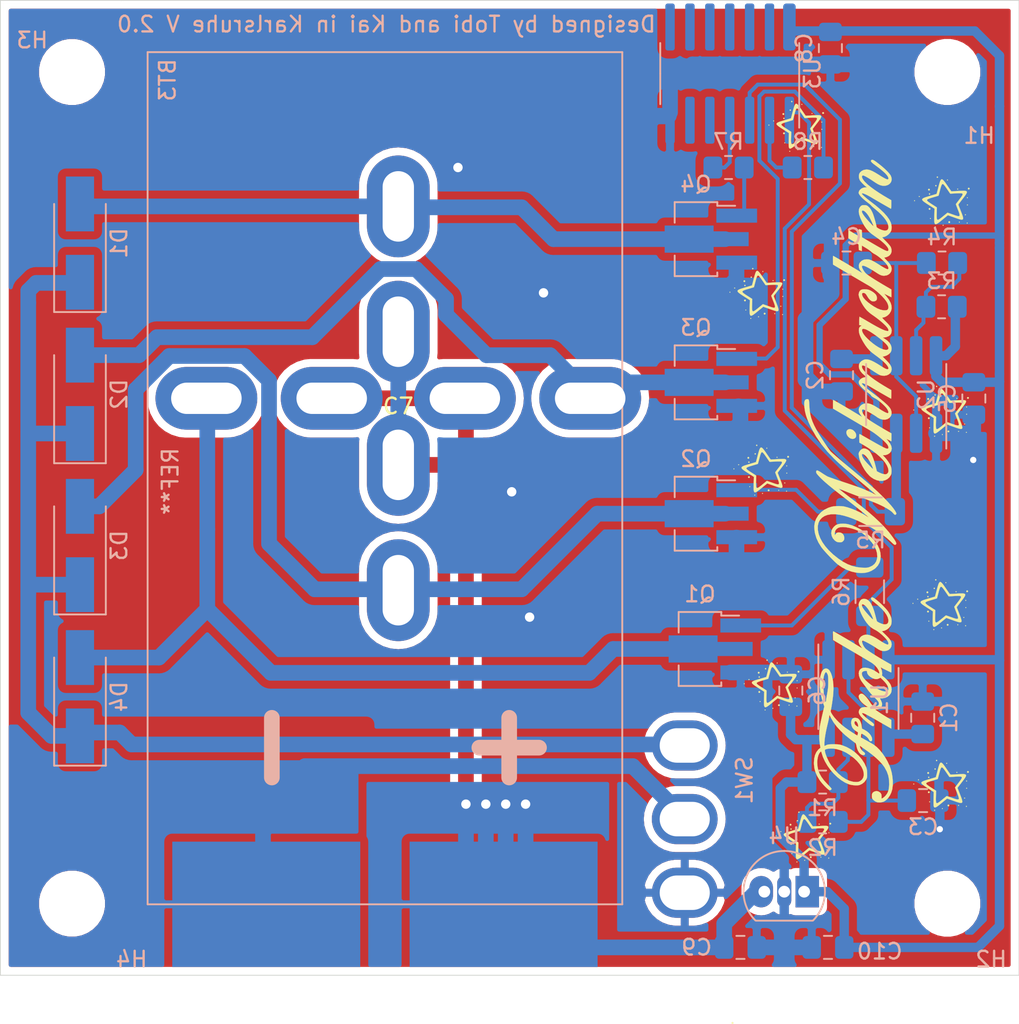
<source format=kicad_pcb>
(kicad_pcb (version 20171130) (host pcbnew "(5.1.8)-1")
  (layers (0 F.Cu signal) (31 B.Cu signal) (34 B.Paste user) (35 F.Paste user) (36 B.SilkS user) (37 F.SilkS user) (38 B.Mask user) (39 F.Mask user) (44 Edge.Cuts user))
  (net 0 "")
  (net 1 GND)
  (net 2 "Net-(C1-Pad1)")
  (net 3 "Net-(C2-Pad1)")
  (net 4 "Net-(C3-Pad1)")
  (net 5 "Net-(C4-Pad1)")
  (net 6 VCC)
  (net 7 /LED_MATRIX_1)
  (net 8 "Net-(Q1-Pad1)")
  (net 9 /LED_MATRIX_3)
  (net 10 "Net-(Q2-Pad1)")
  (net 11 /LED_MATRIX_2)
  (net 12 "Net-(Q3-Pad1)")
  (net 13 /LED_MATRIX_4)
  (net 14 "Net-(Q4-Pad1)")
  (net 15 "Net-(R1-Pad2)")
  (net 16 "Net-(R3-Pad2)")
  (net 17 "Net-(R5-Pad2)")
  (net 18 "Net-(R6-Pad2)")
  (net 19 +5V)
  (net 20 "Net-(R7-Pad2)")
  (net 21 "Net-(R8-Pad2)")
  (net 22 "Net-(BT3-Pad2)")
  (net 23 GND2)
  (module Bib:Schiebeschalter (layer F.Cu) (at 158.458 112.738 270)
    (fp_text reference SW1 (at 4.064 -0.762 90) (layer B.SilkS) (effects (justify mirror)))
    (fp_text value SW_DPDT_x2)
    (pad 3 thru_hole oval (at 1.8415 3.05 270) (size 3.2 4.2) (drill oval 2.2 3.2) (layers *.Cu *.Mask) (net 23 GND2))
    (pad 2 thru_hole oval (at 6.5415 3.05 270) (size 3.2 4.2) (drill oval 2.2 3.2) (layers *.Cu *.Mask) (net 22 "Net-(BT3-Pad2)"))
    (pad 1 thru_hole oval (at 11.2415 3.05 270) (size 3.2 4.2) (drill oval 2.2 3.2) (layers *.Cu *.Mask) (net 1 GND))
  )
  (module "Bib:9V ohne Loecher" (layer B.Cu) (at 121.12 70.32 270)
    (fp_text reference BT3 (at 1.778 -1.27 90) (layer B.SilkS) (effects (justify mirror)))
    (fp_text value 9V)
    (fp_text user - (at 44.4 -7.575 90) (layer B.SilkS) (effects (font (size 5 5) (thickness 1)) (justify mirror)))
    (fp_text user REF** (at 27.4 -1.45 90) (layer B.SilkS) (effects (justify mirror)))
    (fp_text user + (at 44.4 -22.725 90) (layer B.SilkS) (effects (font (size 5 5) (thickness 1)) (justify mirror)))
    (pad 2 smd rect (at 54.4 -7.575 270) (size 8 12) (layers B.Cu B.Paste B.Mask) (net 22 "Net-(BT3-Pad2)"))
    (pad 1 smd rect (at 54.4 -22.725 270) (size 8 12) (layers B.Cu B.Paste B.Mask) (net 6 VCC))
  )
  (module Package_SO:SOIC-14_3.9x8.7mm_P1.27mm (layer B.Cu) (at 158.2802 71.6916 90)
    (fp_text reference U3 (at 0 5.28 90) (layer B.SilkS) (effects (justify mirror)))
    (fp_text value 74HC04)
    (pad 14 smd roundrect (at 2.475 3.81 90) (size 3 0.8) (drill (offset 0.5 0)) (layers B.Cu B.Paste B.Mask) (net 19 +5V))
    (pad 13 smd roundrect (at 2.475 2.54 90) (size 3 0.6) (drill (offset 0.5 0)) (layers B.Cu B.Paste B.Mask))
    (pad 12 smd roundrect (at 2.475 1.27 90) (size 3 0.6) (drill (offset 0.5 0)) (layers B.Cu B.Paste B.Mask))
    (pad 11 smd roundrect (at 2.475 0 90) (size 3 0.6) (drill (offset 0.5 0)) (layers B.Cu B.Paste B.Mask))
    (pad 10 smd roundrect (at 2.475 -1.27 90) (size 3 0.6) (drill (offset 0.5 0)) (layers B.Cu B.Paste B.Mask))
    (pad 9 smd roundrect (at 2.475 -2.54 90) (size 3 0.6) (drill (offset 0.5 0)) (layers B.Cu B.Paste B.Mask))
    (pad 8 smd roundrect (at 2.475 -3.81 90) (size 3 0.6) (drill (offset 0.5 0)) (layers B.Cu B.Paste B.Mask))
    (pad 7 smd roundrect (at -2.475 -3.81 90) (size 3 0.6) (drill (offset -0.5 0)) (layers B.Cu B.Paste B.Mask) (net 1 GND))
    (pad 6 smd roundrect (at -2.475 -2.54 90) (size 3 0.6) (drill (offset -0.5 0)) (layers B.Cu B.Paste B.Mask))
    (pad 5 smd roundrect (at -2.475 -1.27 90) (size 3 0.6) (drill (offset -0.5 0)) (layers B.Cu B.Paste B.Mask))
    (pad 4 smd roundrect (at -2.475 0 90) (size 3 0.6) (drill (offset -0.5 0)) (layers B.Cu B.Paste B.Mask) (net 20 "Net-(R7-Pad2)"))
    (pad 3 smd roundrect (at -2.475 1.27 90) (size 3 0.6) (drill (offset -0.5 0)) (layers B.Cu B.Paste B.Mask) (net 17 "Net-(R5-Pad2)"))
    (pad 2 smd roundrect (at -2.475 2.54 90) (size 3 0.6) (drill (offset -0.5 0)) (layers B.Cu B.Paste B.Mask) (net 21 "Net-(R8-Pad2)"))
    (pad 1 smd roundrect (at -2.475 3.81 90) (size 3 0.6) (drill (offset -0.5 0)) (layers B.Cu B.Paste B.Mask) (net 18 "Net-(R6-Pad2)"))
  )
  (module Resistor_SMD:R_1206_3216Metric_Pad1.30x1.75mm_HandSolder (layer B.Cu) (at 167.221 104.7624 270)
    (fp_text reference R6 (at 0 1.82 90) (layer B.SilkS) (effects (justify mirror)))
    (fp_text value 1k)
    (pad 2 smd roundrect (at 1.55 0 270) (size 1.3 1.75) (layers B.Cu B.Paste B.Mask) (roundrect_rratio 0.1923069230769231) (net 18 "Net-(R6-Pad2)"))
    (pad 1 smd roundrect (at -1.55 0 270) (size 1.3 1.75) (layers B.Cu B.Paste B.Mask) (roundrect_rratio 0.1923069230769231) (net 8 "Net-(Q1-Pad1)"))
  )
  (module Resistor_SMD:R_1206_3216Metric_Pad1.30x1.75mm_HandSolder (layer B.Cu) (at 167.2712 99.657)
    (fp_text reference R5 (at 0 1.82) (layer B.SilkS) (effects (justify mirror)))
    (fp_text value 1k)
    (pad 2 smd roundrect (at 1.55 0) (size 1.3 1.75) (layers B.Cu B.Paste B.Mask) (roundrect_rratio 0.1923069230769231) (net 17 "Net-(R5-Pad2)"))
    (pad 1 smd roundrect (at -1.55 0) (size 1.3 1.75) (layers B.Cu B.Paste B.Mask) (roundrect_rratio 0.1923069230769231) (net 10 "Net-(Q2-Pad1)"))
  )
  (module Resistor_SMD:R_0805_2012Metric_Pad1.20x1.40mm_HandSolder (layer B.Cu) (at 163.268 77.686 180)
    (fp_text reference R8 (at 0 1.65) (layer B.SilkS) (effects (justify mirror)))
    (fp_text value 1k)
    (pad 2 smd roundrect (at 1 0 180) (size 1.2 1.4) (layers B.Cu B.Paste B.Mask) (roundrect_rratio 0.2083325) (net 21 "Net-(R8-Pad2)"))
    (pad 1 smd roundrect (at -1 0 180) (size 1.2 1.4) (layers B.Cu B.Paste B.Mask) (roundrect_rratio 0.2083325) (net 12 "Net-(Q3-Pad1)"))
  )
  (module Resistor_SMD:R_0805_2012Metric_Pad1.20x1.40mm_HandSolder (layer B.Cu) (at 158.204 77.686 180)
    (fp_text reference R7 (at 0 1.65) (layer B.SilkS) (effects (justify mirror)))
    (fp_text value 1k)
    (pad 2 smd roundrect (at 1 0 180) (size 1.2 1.4) (layers B.Cu B.Paste B.Mask) (roundrect_rratio 0.2083325) (net 20 "Net-(R7-Pad2)"))
    (pad 1 smd roundrect (at -1 0 180) (size 1.2 1.4) (layers B.Cu B.Paste B.Mask) (roundrect_rratio 0.2083325) (net 14 "Net-(Q4-Pad1)"))
  )
  (module Resistor_SMD:R_0805_2012Metric_Pad1.20x1.40mm_HandSolder (layer B.Cu) (at 171.8312 83.782 180)
    (fp_text reference R4 (at 0 1.65) (layer B.SilkS) (effects (justify mirror)))
    (fp_text value R)
    (pad 2 smd roundrect (at 1 0 180) (size 1.2 1.4) (layers B.Cu B.Paste B.Mask) (roundrect_rratio 0.2083325) (net 5 "Net-(C4-Pad1)"))
    (pad 1 smd roundrect (at -1 0 180) (size 1.2 1.4) (layers B.Cu B.Paste B.Mask) (roundrect_rratio 0.2083325) (net 16 "Net-(R3-Pad2)"))
  )
  (module Resistor_SMD:R_0805_2012Metric_Pad1.20x1.40mm_HandSolder (layer B.Cu) (at 171.8052 86.576 180)
    (fp_text reference R3 (at 0 1.65) (layer B.SilkS) (effects (justify mirror)))
    (fp_text value 10k)
    (pad 2 smd roundrect (at 1 0 180) (size 1.2 1.4) (layers B.Cu B.Paste B.Mask) (roundrect_rratio 0.2083325) (net 16 "Net-(R3-Pad2)"))
    (pad 1 smd roundrect (at -1 0 180) (size 1.2 1.4) (layers B.Cu B.Paste B.Mask) (roundrect_rratio 0.2083325) (net 19 +5V))
  )
  (module Resistor_SMD:R_0805_2012Metric_Pad1.20x1.40mm_HandSolder (layer B.Cu) (at 164.211 119.4564)
    (fp_text reference R2 (at 0 1.65) (layer B.SilkS) (effects (justify mirror)))
    (fp_text value R)
    (pad 2 smd roundrect (at 1 0) (size 1.2 1.4) (layers B.Cu B.Paste B.Mask) (roundrect_rratio 0.2083325) (net 4 "Net-(C3-Pad1)"))
    (pad 1 smd roundrect (at -1 0) (size 1.2 1.4) (layers B.Cu B.Paste B.Mask) (roundrect_rratio 0.2083325) (net 15 "Net-(R1-Pad2)"))
  )
  (module Resistor_SMD:R_0805_2012Metric_Pad1.20x1.40mm_HandSolder (layer B.Cu) (at 164.211 116.9164)
    (fp_text reference R1 (at 0 1.65) (layer B.SilkS) (effects (justify mirror)))
    (fp_text value 10k)
    (pad 2 smd roundrect (at 1 0) (size 1.2 1.4) (layers B.Cu B.Paste B.Mask) (roundrect_rratio 0.2083325) (net 15 "Net-(R1-Pad2)"))
    (pad 1 smd roundrect (at -1 0) (size 1.2 1.4) (layers B.Cu B.Paste B.Mask) (roundrect_rratio 0.2083325) (net 19 +5V))
  )
  (module Capacitor_SMD:C_0805_2012Metric_Pad1.18x1.45mm_HandSolder (layer B.Cu) (at 164.554 127.47 180)
    (fp_text reference C10 (at -3.302 -0.254) (layer B.SilkS) (effects (justify mirror)))
    (fp_text value 10n)
    (pad 2 smd roundrect (at 1.0375 0 180) (size 1.175 1.45) (layers B.Cu B.Paste B.Mask) (roundrect_rratio 0.2127659574468085) (net 1 GND))
    (pad 1 smd roundrect (at -1.0375 0 180) (size 1.175 1.45) (layers B.Cu B.Paste B.Mask) (roundrect_rratio 0.2127659574468085) (net 19 +5V))
  )
  (module Capacitor_SMD:C_0805_2012Metric_Pad1.18x1.45mm_HandSolder (layer B.Cu) (at 158.966 127.47)
    (fp_text reference C9 (at -2.794 0) (layer B.SilkS) (effects (justify mirror)))
    (fp_text value 330n)
    (pad 2 smd roundrect (at 1.0375 0) (size 1.175 1.45) (layers B.Cu B.Paste B.Mask) (roundrect_rratio 0.2127659574468085) (net 1 GND))
    (pad 1 smd roundrect (at -1.0375 0) (size 1.175 1.45) (layers B.Cu B.Paste B.Mask) (roundrect_rratio 0.2127659574468085) (net 6 VCC))
  )
  (module Capacitor_SMD:C_0805_2012Metric_Pad1.18x1.45mm_HandSolder (layer B.Cu) (at 164.7064 70.066 270)
    (fp_text reference C8 (at 0 1.68 90) (layer B.SilkS) (effects (justify mirror)))
    (fp_text value 100n)
    (pad 2 smd roundrect (at 1.0375 0 270) (size 1.175 1.45) (layers B.Cu B.Paste B.Mask) (roundrect_rratio 0.2127659574468085) (net 1 GND))
    (pad 1 smd roundrect (at -1.0375 0 270) (size 1.175 1.45) (layers B.Cu B.Paste B.Mask) (roundrect_rratio 0.2127659574468085) (net 19 +5V))
  )
  (module Capacitor_SMD:C_0805_2012Metric_Pad1.18x1.45mm_HandSolder (layer B.Cu) (at 162.179 111.0744 90)
    (fp_text reference C6 (at 0 1.68 90) (layer B.SilkS) (effects (justify mirror)))
    (fp_text value 100n)
    (pad 2 smd roundrect (at 1.0375 0 90) (size 1.175 1.45) (layers B.Cu B.Paste B.Mask) (roundrect_rratio 0.2127659574468085) (net 1 GND))
    (pad 1 smd roundrect (at -1.0375 0 90) (size 1.175 1.45) (layers B.Cu B.Paste B.Mask) (roundrect_rratio 0.2127659574468085) (net 19 +5V))
  )
  (module Capacitor_SMD:C_0805_2012Metric_Pad1.18x1.45mm_HandSolder (layer B.Cu) (at 173.8632 92.4306 270)
    (fp_text reference C5 (at 0 1.68 90) (layer B.SilkS) (effects (justify mirror)))
    (fp_text value 100n)
    (pad 2 smd roundrect (at 1.0375 0 270) (size 1.175 1.45) (layers B.Cu B.Paste B.Mask) (roundrect_rratio 0.2127659574468085) (net 1 GND))
    (pad 1 smd roundrect (at -1.0375 0 270) (size 1.175 1.45) (layers B.Cu B.Paste B.Mask) (roundrect_rratio 0.2127659574468085) (net 19 +5V))
  )
  (module Capacitor_SMD:C_0805_2012Metric_Pad1.18x1.45mm_HandSolder (layer B.Cu) (at 165.7352 83.782 180)
    (fp_text reference C4 (at 0 1.68) (layer B.SilkS) (effects (justify mirror)))
    (fp_text value C)
    (pad 1 smd roundrect (at -1.0375 0 180) (size 1.175 1.45) (layers B.Cu B.Paste B.Mask) (roundrect_rratio 0.2127659574468085) (net 5 "Net-(C4-Pad1)"))
    (pad 2 smd roundrect (at 1.0375 0 180) (size 1.175 1.45) (layers B.Cu B.Paste B.Mask) (roundrect_rratio 0.2127659574468085) (net 1 GND))
  )
  (module Capacitor_SMD:C_0805_2012Metric_Pad1.18x1.45mm_HandSolder (layer B.Cu) (at 170.6246 118.0974)
    (fp_text reference C3 (at 0 1.68) (layer B.SilkS) (effects (justify mirror)))
    (fp_text value C)
    (pad 2 smd roundrect (at 1.0375 0) (size 1.175 1.45) (layers B.Cu B.Paste B.Mask) (roundrect_rratio 0.2127659574468085) (net 1 GND))
    (pad 1 smd roundrect (at -1.0375 0) (size 1.175 1.45) (layers B.Cu B.Paste B.Mask) (roundrect_rratio 0.2127659574468085) (net 4 "Net-(C3-Pad1)"))
  )
  (module Capacitor_SMD:C_0805_2012Metric_Pad1.18x1.45mm_HandSolder (layer B.Cu) (at 165.4176 90.9448 270)
    (fp_text reference C2 (at 0 1.68 90) (layer B.SilkS) (effects (justify mirror)))
    (fp_text value 10n)
    (pad 2 smd roundrect (at 1.0375 0 270) (size 1.175 1.45) (layers B.Cu B.Paste B.Mask) (roundrect_rratio 0.2127659574468085) (net 1 GND))
    (pad 1 smd roundrect (at -1.0375 0 270) (size 1.175 1.45) (layers B.Cu B.Paste B.Mask) (roundrect_rratio 0.2127659574468085) (net 3 "Net-(C2-Pad1)"))
  )
  (module Capacitor_SMD:C_0805_2012Metric_Pad1.18x1.45mm_HandSolder (layer B.Cu) (at 170.5992 112.8142 90)
    (fp_text reference C1 (at 0 1.68 90) (layer B.SilkS) (effects (justify mirror)))
    (fp_text value 10n)
    (pad 2 smd roundrect (at 1.0375 0 90) (size 1.175 1.45) (layers B.Cu B.Paste B.Mask) (roundrect_rratio 0.2127659574468085) (net 1 GND))
    (pad 1 smd roundrect (at -1.0375 0 90) (size 1.175 1.45) (layers B.Cu B.Paste B.Mask) (roundrect_rratio 0.2127659574468085) (net 2 "Net-(C1-Pad1)"))
  )
  (module grafics:star_silk (layer F.Cu) (at 171.7676 117.1068)
    (fp_text reference G*** hide)
    (fp_text value LOGO hide)
  )
  (module grafics:star_silk (layer F.Cu) (at 160.0328 85.7124)
    (fp_text reference G*** hide)
    (fp_text value LOGO hide)
  )
  (module grafics:star_silk (layer F.Cu) (at 171.8184 79.8704)
    (fp_text reference G*** hide)
    (fp_text value LOGO hide)
  )
  (module grafics:star_silk (layer F.Cu) (at 160.2868 96.99)
    (fp_text reference G*** hide)
    (fp_text value LOGO hide)
  )
  (module grafics:star_silk (layer F.Cu) (at 160.9472 110.706)
    (fp_text reference G*** hide)
    (fp_text value LOGO hide)
  )
  (module grafics:star_silk (layer F.Cu) (at 171.7676 93.2308)
    (fp_text reference G*** hide)
    (fp_text value LOGO hide)
  )
  (module grafics:star_silk (layer F.Cu) (at 162.522 75.0444)
    (fp_text reference G*** hide)
    (fp_text value LOGO hide)
  )
  (module grafics:star_silk (layer F.Cu) (at 171.7168 105.5752)
    (fp_text reference G*** hide)
    (fp_text value LOGO hide)
  )
  (module grafics:star_silk (layer F.Cu) (at 162.9792 120.4088)
    (fp_text reference G*** hide)
    (fp_text value LOGO hide)
  )
  (module grafics:frohe_weihnachten_dick (layer F.Cu) (at 165.9764 97.752 90)
    (fp_text reference G*** hide)
    (fp_text value LOGO hide)
  )
  (module Package_TO_SOT_THT:TO-92_Inline (layer B.Cu) (at 163.03 123.914 180)
    (fp_text reference U4 (at 1.27 3.56) (layer B.SilkS) (effects (justify mirror)))
    (fp_text value L78L05_TO92)
    (pad 1 thru_hole rect (at 0 0 180) (size 1.5 2) (drill 0.75 (offset -0.2 0)) (layers *.Cu *.Mask) (net 19 +5V))
    (pad 3 thru_hole oval (at 2.54 0 180) (size 1.5 2) (drill 0.75 (offset 0.2 0)) (layers *.Cu *.Mask) (net 6 VCC))
    (pad 2 thru_hole oval (at 1.27 0 180) (size 0.9 2) (drill 0.75) (layers *.Cu *.Mask) (net 1 GND))
  )
  (module Diode_SMD:D_SMA_Handsoldering (layer B.Cu) (at 116.802 111.468 90)
    (fp_text reference D4 (at 0 2.5 270) (layer B.SilkS) (effects (justify mirror)))
    (fp_text value "STPS 1L30A STM")
    (pad 2 smd rect (at 2.5 0 90) (size 3.5 1.8) (layers B.Cu B.Paste B.Mask) (net 7 /LED_MATRIX_1))
    (pad 1 smd rect (at -2.5 0 90) (size 3.5 1.8) (layers B.Cu B.Paste B.Mask) (net 23 GND2))
  )
  (module Diode_SMD:D_SMA_Handsoldering (layer B.Cu) (at 116.802 101.816 90)
    (fp_text reference D3 (at 0 2.5 90) (layer B.SilkS) (effects (justify mirror)))
    (fp_text value "STPS 1L30A STM")
    (pad 2 smd rect (at 2.5 0 90) (size 3.5 1.8) (layers B.Cu B.Paste B.Mask) (net 11 /LED_MATRIX_2))
    (pad 1 smd rect (at -2.5 0 90) (size 3.5 1.8) (layers B.Cu B.Paste B.Mask) (net 23 GND2))
  )
  (module Diode_SMD:D_SMA_Handsoldering (layer B.Cu) (at 116.802 92.164 90)
    (fp_text reference D2 (at 0 2.5 90) (layer B.SilkS) (effects (justify mirror)))
    (fp_text value "STPS 1L30A STM")
    (pad 2 smd rect (at 2.5 0 90) (size 3.5 1.8) (layers B.Cu B.Paste B.Mask) (net 9 /LED_MATRIX_3))
    (pad 1 smd rect (at -2.5 0 90) (size 3.5 1.8) (layers B.Cu B.Paste B.Mask) (net 23 GND2))
  )
  (module Diode_SMD:D_SMA_Handsoldering (layer B.Cu) (at 116.802 82.512 90)
    (fp_text reference D1 (at 0 2.5 90) (layer B.SilkS) (effects (justify mirror)))
    (fp_text value "STPS 1L30A STM")
    (pad 2 smd rect (at 2.5 0 90) (size 3.5 1.8) (layers B.Cu B.Paste B.Mask) (net 13 /LED_MATRIX_4))
    (pad 1 smd rect (at -2.5 0 90) (size 3.5 1.8) (layers B.Cu B.Paste B.Mask) (net 23 GND2))
  )
  (module Package_TO_SOT_SMD:SOT-89-3 (layer B.Cu) (at 156.68 108.42 180)
    (fp_text reference Q1 (at 0.3 3.5) (layer B.SilkS) (effects (justify mirror)))
    (fp_text value BCX56)
    (pad 1 smd rect (at -1.65 1.5 180) (size 2.6 0.9) (drill (offset -0.65 0)) (layers B.Cu B.Paste B.Mask) (net 8 "Net-(Q1-Pad1)"))
    (pad 3 smd rect (at -1.65 -1.5 180) (size 2.6 0.9) (drill (offset -0.65 0)) (layers B.Cu B.Paste B.Mask) (net 1 GND))
    (pad 2 smd custom (at -1.5625 0 180) (size 3 0.9) (layers B.Cu B.Paste B.Mask) (net 7 /LED_MATRIX_1) (options (clearance outline) (anchor rect)) (primitives (gr_poly (pts (xy 0.7375 0.8665) (xy 3.8625 0.8665) (xy 3.8625 -0.8665) (xy 0.7375 -0.8665)) (width 0))))
  )
  (module Bib:Verbindung_Basis (layer F.Cu) (at 137.122 92.418)
    (fp_text reference C7 (at 0 0.5) (layer F.SilkS))
    (fp_text value Baum_Connector)
    (pad 6 thru_hole oval (at 0 12.25) (size 4 6.5) (drill oval 2 4.5) (layers *.Cu *.Mask) (net 11 /LED_MATRIX_2))
    (pad 5 thru_hole oval (at 0 4.25) (size 4 6.5) (drill oval 2 4.5) (layers *.Cu *.Mask) (net 6 VCC))
    (pad 2 thru_hole oval (at 0 -12.25) (size 4 6.5) (drill oval 2 4.5) (layers *.Cu *.Mask) (net 13 /LED_MATRIX_4))
    (pad 1 thru_hole oval (at 0 -4.25) (size 4 6.5) (drill oval 2 4.5) (layers *.Cu *.Mask) (net 6 VCC))
    (pad 8 thru_hole oval (at -12.25 0) (size 6.5 4) (drill oval 4.5 2) (layers *.Cu *.Mask) (net 7 /LED_MATRIX_1))
    (pad 7 thru_hole oval (at -4.25 0) (size 6.5 4) (drill oval 4.5 2) (layers *.Cu *.Mask) (net 6 VCC))
    (pad 4 thru_hole oval (at 12.25 0) (size 6.5 4) (drill oval 4.5 2) (layers *.Cu *.Mask) (net 9 /LED_MATRIX_3))
    (pad 3 thru_hole oval (at 4.25 0) (size 6.5 4) (drill oval 4.5 2) (layers *.Cu *.Mask) (net 6 VCC))
  )
  (module MountingHole:MountingHole_3.2mm_M3 (layer F.Cu) (at 116.294 124.676)
    (fp_text reference H4 (at 3.81 3.556) (layer B.SilkS) (effects (justify mirror)))
    (fp_text value M3)
    (pad 1 np_thru_hole circle (at 0 0) (size 3.2 3.2) (drill 3.2) (layers *.Cu *.Mask))
  )
  (module MountingHole:MountingHole_3.2mm_M3 (layer F.Cu) (at 116.294 71.59)
    (fp_text reference H3 (at -2.54 -2.032) (layer B.SilkS) (effects (justify mirror)))
    (fp_text value M3)
    (pad 1 np_thru_hole circle (at 0 0) (size 3.2 3.2) (drill 3.2) (layers *.Cu *.Mask))
  )
  (module MountingHole:MountingHole_3.2mm_M3 (layer F.Cu) (at 172.174 124.676)
    (fp_text reference H2 (at 2.794 3.556) (layer B.SilkS) (effects (justify mirror)))
    (fp_text value M3)
    (pad 1 np_thru_hole circle (at 0 0) (size 3.2 3.2) (drill 3.2) (layers *.Cu *.Mask))
  )
  (module MountingHole:MountingHole_3.2mm_M3 (layer F.Cu) (at 172.174 71.59)
    (fp_text reference H1 (at 2.032 4.064) (layer B.SilkS) (effects (justify mirror)))
    (fp_text value M3)
    (pad 1 np_thru_hole circle (at 0 0) (size 3.2 3.2) (drill 3.2) (layers *.Cu *.Mask))
  )
  (module Package_SO:SOIC-8_3.9x4.9mm_P1.27mm (layer B.Cu) (at 169.5452 92.1766 90)
    (fp_text reference U2 (at -0.0001 1.2826 90) (layer B.SilkS) (effects (justify mirror)))
    (fp_text value NE555D)
    (pad 1 smd roundrect (at -2.475 1.905 90) (size 2.5 0.8) (layers B.Cu B.Paste B.Mask) (net 1 GND))
    (pad 2 smd roundrect (at -2.475 0.635 90) (size 2.5 0.8) (layers B.Cu B.Paste B.Mask) (net 5 "Net-(C4-Pad1)"))
    (pad 3 smd roundrect (at -2.475 -0.635 90) (size 2.5 0.8) (layers B.Cu B.Paste B.Mask) (net 17 "Net-(R5-Pad2)"))
    (pad 4 smd roundrect (at -2.475 -1.905 90) (size 2.5 0.8) (layers B.Cu B.Paste B.Mask) (net 19 +5V))
    (pad 5 smd roundrect (at 2.475 -1.905 90) (size 2.5 0.8) (layers B.Cu B.Paste B.Mask) (net 3 "Net-(C2-Pad1)"))
    (pad 6 smd roundrect (at 2.475 -0.635 90) (size 2.5 0.8) (layers B.Cu B.Paste B.Mask) (net 5 "Net-(C4-Pad1)"))
    (pad 7 smd roundrect (at 2.475 0.635 90) (size 2.5 0.8) (layers B.Cu B.Paste B.Mask) (net 16 "Net-(R3-Pad2)"))
    (pad 8 smd roundrect (at 2.475 1.905 90) (size 2.5 0.8) (layers B.Cu B.Paste B.Mask) (net 19 +5V))
  )
  (module Package_SO:SOIC-8_3.9x4.9mm_P1.27mm (layer B.Cu) (at 166.497 111.5824 270)
    (fp_text reference U1 (at 0.0634 -1.359 90) (layer B.SilkS) (effects (justify mirror)))
    (fp_text value NE555D)
    (pad 1 smd roundrect (at -2.475 1.905 270) (size 2.5 0.8) (layers B.Cu B.Paste B.Mask) (net 1 GND))
    (pad 2 smd roundrect (at -2.475 0.635 270) (size 2.5 0.8) (layers B.Cu B.Paste B.Mask) (net 4 "Net-(C3-Pad1)"))
    (pad 3 smd roundrect (at -2.475 -0.635 270) (size 2.5 0.8) (layers B.Cu B.Paste B.Mask) (net 18 "Net-(R6-Pad2)"))
    (pad 4 smd roundrect (at -2.475 -1.905 270) (size 2.5 0.8) (layers B.Cu B.Paste B.Mask) (net 19 +5V))
    (pad 5 smd roundrect (at 2.475 -1.905 270) (size 2.5 0.8) (layers B.Cu B.Paste B.Mask) (net 2 "Net-(C1-Pad1)"))
    (pad 6 smd roundrect (at 2.475 -0.635 270) (size 2.5 0.8) (layers B.Cu B.Paste B.Mask) (net 4 "Net-(C3-Pad1)"))
    (pad 7 smd roundrect (at 2.475 0.635 270) (size 2.5 0.8) (layers B.Cu B.Paste B.Mask) (net 15 "Net-(R1-Pad2)"))
    (pad 8 smd roundrect (at 2.475 1.905 270) (size 2.5 0.8) (layers B.Cu B.Paste B.Mask) (net 19 +5V))
  )
  (module Package_TO_SOT_SMD:SOT-89-3 (layer B.Cu) (at 156.426 82.258 180)
    (fp_text reference Q4 (at 0.3 3.5) (layer B.SilkS) (effects (justify mirror)))
    (fp_text value BCX56)
    (pad 1 smd rect (at -1.65 1.5 180) (size 2.6 0.9) (drill (offset -0.65 0)) (layers B.Cu B.Paste B.Mask) (net 14 "Net-(Q4-Pad1)"))
    (pad 3 smd rect (at -1.65 -1.5 180) (size 2.6 0.9) (drill (offset -0.65 0)) (layers B.Cu B.Paste B.Mask) (net 1 GND))
    (pad 2 smd custom (at -1.5625 0 180) (size 3 0.9) (layers B.Cu B.Paste B.Mask) (net 13 /LED_MATRIX_4) (options (clearance outline) (anchor rect)) (primitives (gr_poly (pts (xy 0.7375 0.8665) (xy 3.8625 0.8665) (xy 3.8625 -0.8665) (xy 0.7375 -0.8665)) (width 0))))
  )
  (module Package_TO_SOT_SMD:SOT-89-3 (layer B.Cu) (at 156.426 91.402 180)
    (fp_text reference Q3 (at 0.3 3.5) (layer B.SilkS) (effects (justify mirror)))
    (fp_text value BCX56)
    (pad 1 smd rect (at -1.65 1.5 180) (size 2.6 0.9) (drill (offset -0.65 0)) (layers B.Cu B.Paste B.Mask) (net 12 "Net-(Q3-Pad1)"))
    (pad 3 smd rect (at -1.65 -1.5 180) (size 2.6 0.9) (drill (offset -0.65 0)) (layers B.Cu B.Paste B.Mask) (net 1 GND))
    (pad 2 smd custom (at -1.5625 0 180) (size 3 0.9) (layers B.Cu B.Paste B.Mask) (net 9 /LED_MATRIX_3) (options (clearance outline) (anchor rect)) (primitives (gr_poly (pts (xy 0.7375 0.8665) (xy 3.8625 0.8665) (xy 3.8625 -0.8665) (xy 0.7375 -0.8665)) (width 0))))
  )
  (module Package_TO_SOT_SMD:SOT-89-3 (layer B.Cu) (at 156.426 99.784 180)
    (fp_text reference Q2 (at 0.3 3.5) (layer B.SilkS) (effects (justify mirror)))
    (fp_text value BCX56)
    (pad 1 smd rect (at -1.65 1.5 180) (size 2.6 0.9) (drill (offset -0.65 0)) (layers B.Cu B.Paste B.Mask) (net 10 "Net-(Q2-Pad1)"))
    (pad 3 smd rect (at -1.65 -1.5 180) (size 2.6 0.9) (drill (offset -0.65 0)) (layers B.Cu B.Paste B.Mask) (net 1 GND))
    (pad 2 smd custom (at -1.5625 0 180) (size 3 0.9) (layers B.Cu B.Paste B.Mask) (net 11 /LED_MATRIX_2) (options (clearance outline) (anchor rect)) (primitives (gr_poly (pts (xy 0.7375 0.8665) (xy 3.8625 0.8665) (xy 3.8625 -0.8665) (xy 0.7375 -0.8665)) (width 0))))
  )
  (gr_text "Designed by Tobi and Kai in Karlsruhe V 2.0" (at 136.36 68.542) (layer B.SilkS) (effects (font (size 1 1)) (justify mirror)))
  (gr_line (start 176.746 129.248) (end 176.746 67.018) (layer Edge.Cuts) (width 0.05))
  (gr_line (start 111.722 129.248) (end 176.746 129.248) (layer Edge.Cuts) (width 0.05))
  (gr_line (start 111.722 67.018) (end 119.469 67.018) (layer Edge.Cuts) (width 0.05))
  (gr_line (start 111.722 129.248) (end 111.722 67.018) (layer Edge.Cuts) (width 0.05))
  (gr_line (start 176.746 67.018) (end 119.469 67.018) (layer Edge.Cuts) (width 0.05))
  (via (at 145.504 106.388) (size 1.5) (drill 0.6) (layers F.Cu B.Cu) (net 1))
  (via (at 146.393 85.687) (size 1.5) (drill 0.6) (layers F.Cu B.Cu) (net 1))
  (via (at 171.6914 119.9262) (size 0.8) (drill 0.4) (layers F.Cu B.Cu) (net 1))
  (segment (start 170.5992 111.7767) (end 171.7715 111.7767) (width 0.6) (layer B.Cu) (net 1))
  (segment (start 171.7715 111.7767) (end 173.0122 113.0174) (width 0.6) (layer B.Cu) (net 1))
  (segment (start 173.0122 113.0174) (end 173.0122 115.1002) (width 0.6) (layer B.Cu) (net 1))
  (segment (start 173.0122 115.1002) (end 171.6406 116.4718) (width 0.6) (layer B.Cu) (net 1))
  (segment (start 171.6406 116.4718) (end 171.6406 118.1228) (width 0.6) (layer B.Cu) (net 1))
  (segment (start 171.6914 119.9262) (end 171.6914 118.1482) (width 0.6) (layer B.Cu) (net 1))
  (segment (start 171.6914 118.1482) (end 171.6406 118.0974) (width 0.6) (layer B.Cu) (net 1))
  (segment (start 155.156 106.388) (end 158.712 102.832) (width 1) (layer B.Cu) (net 1))
  (segment (start 158.712 102.832) (end 158.712 101.308) (width 1) (layer B.Cu) (net 1))
  (segment (start 164.7852 84.3128) (end 164.7852 81.0108) (width 1) (layer B.Cu) (net 1))
  (segment (start 164.6977 84.4003) (end 164.7852 84.3128) (width 1) (layer B.Cu) (net 1))
  (segment (start 164.6977 84.5566) (end 164.6977 84.4003) (width 1) (layer B.Cu) (net 1))
  (segment (start 164.7852 81.0108) (end 167.094 78.702) (width 1) (layer B.Cu) (net 1))
  (segment (start 164.7064 71.1035) (end 166.0995 71.1035) (width 1) (layer B.Cu) (net 1))
  (segment (start 167.094 72.098) (end 167.094 78.702) (width 1) (layer B.Cu) (net 1))
  (segment (start 166.0995 71.1035) (end 167.094 72.098) (width 1) (layer B.Cu) (net 1))
  (segment (start 163.11758 91.23558) (end 163.117581 87.374613) (width 1) (layer B.Cu) (net 1))
  (segment (start 163.8643 91.9823) (end 163.11758 91.23558) (width 1) (layer B.Cu) (net 1))
  (segment (start 165.4176 91.9823) (end 163.8643 91.9823) (width 1) (layer B.Cu) (net 1))
  (segment (start 163.117581 87.374613) (end 164.7852 85.706994) (width 1) (layer B.Cu) (net 1))
  (segment (start 164.7852 85.706994) (end 164.7852 84.29) (width 1) (layer B.Cu) (net 1))
  (segment (start 162.244 109.92) (end 162.268 109.944) (width 1) (layer B.Cu) (net 1))
  (segment (start 161.76 123.914) (end 161.76 127.216) (width 0.6) (layer B.Cu) (net 1))
  (segment (start 162.014 127.47) (end 163.538 127.47) (width 1) (layer B.Cu) (net 1))
  (segment (start 161.76 127.216) (end 162.014 127.47) (width 0.6) (layer B.Cu) (net 1))
  (segment (start 160.0035 127.47) (end 162.014 127.47) (width 1) (layer B.Cu) (net 1))
  (segment (start 160.70599 120.718452) (end 160.70599 109.93401) (width 0.6) (layer B.Cu) (net 1))
  (segment (start 161.76 121.772462) (end 160.70599 120.718452) (width 0.6) (layer B.Cu) (net 1))
  (segment (start 161.76 123.914) (end 161.76 121.772462) (width 0.6) (layer B.Cu) (net 1))
  (segment (start 160.72 109.92) (end 162.244 109.92) (width 1) (layer B.Cu) (net 1))
  (segment (start 160.70599 109.93401) (end 160.72 109.92) (width 0.6) (layer B.Cu) (net 1))
  (segment (start 158.33 109.92) (end 160.72 109.92) (width 1) (layer B.Cu) (net 1))
  (via (at 173.825 96.355) (size 0.8) (drill 0.4) (layers F.Cu B.Cu) (net 1))
  (segment (start 173.7726 94.6516) (end 173.825 94.704) (width 1) (layer B.Cu) (net 1))
  (segment (start 171.4502 94.6516) (end 173.7726 94.6516) (width 1) (layer B.Cu) (net 1))
  (segment (start 173.825 94.704) (end 173.825 93.561) (width 1) (layer B.Cu) (net 1))
  (segment (start 173.825 96.355) (end 173.825 94.704) (width 1) (layer B.Cu) (net 1))
  (segment (start 145.504 106.388) (end 155.156 106.388) (width 1) (layer B.Cu) (net 1))
  (via (at 144.361 98.387) (size 1.5) (drill 0.6) (layers F.Cu B.Cu) (net 1))
  (segment (start 144.361 98.387) (end 145.631 97.117) (width 1) (layer B.Cu) (net 1))
  (segment (start 145.631 97.117) (end 156.68 97.117) (width 1) (layer B.Cu) (net 1))
  (segment (start 156.68 97.117) (end 158.966 94.831) (width 1) (layer B.Cu) (net 1))
  (segment (start 158.966 94.831) (end 158.966 93.053) (width 1) (layer B.Cu) (net 1))
  (segment (start 158.966 93.053) (end 158.839 92.926) (width 1) (layer B.Cu) (net 1))
  (segment (start 146.393 85.687) (end 157.823 85.687) (width 1) (layer B.Cu) (net 1))
  (segment (start 157.823 85.687) (end 158.712 84.798) (width 1) (layer B.Cu) (net 1))
  (segment (start 158.712 84.798) (end 158.712 84.036) (width 1) (layer B.Cu) (net 1))
  (via (at 140.932 77.686) (size 1.5) (drill 0.6) (layers F.Cu B.Cu) (net 1))
  (segment (start 140.932 77.686) (end 148.806 77.686) (width 1) (layer B.Cu) (net 1))
  (segment (start 148.806 77.686) (end 152.108 74.384) (width 1) (layer B.Cu) (net 1))
  (segment (start 152.108 74.384) (end 154.394 74.384) (width 1) (layer B.Cu) (net 1))
  (segment (start 154.4702 72.5298) (end 154.4702 74.1666) (width 1) (layer B.Cu) (net 1))
  (segment (start 155.8965 71.1035) (end 154.4702 72.5298) (width 1) (layer B.Cu) (net 1))
  (segment (start 164.7064 71.1035) (end 155.8965 71.1035) (width 1) (layer B.Cu) (net 1))
  (segment (start 168.4025 114.3767) (end 168.3894 114.3636) (width 0.6) (layer B.Cu) (net 2))
  (segment (start 170.5992 113.8517) (end 168.4363 113.8517) (width 0.6) (layer B.Cu) (net 2))
  (segment (start 168.4363 113.8517) (end 168.4148 113.8302) (width 0.6) (layer B.Cu) (net 2))
  (segment (start 167.6397 89.3823) (end 167.6528 89.3954) (width 0.25) (layer B.Cu) (net 3))
  (segment (start 167.6528 89.3954) (end 167.6528 89.7256) (width 0.25) (layer B.Cu) (net 3))
  (segment (start 165.4176 89.9073) (end 167.5981 89.9073) (width 0.6) (layer B.Cu) (net 3))
  (segment (start 167.5981 89.9073) (end 167.602 89.9034) (width 0.6) (layer B.Cu) (net 3))
  (segment (start 167.132 114.0574) (end 167.132 112.4714) (width 0.25) (layer B.Cu) (net 4))
  (segment (start 165.862 111.2014) (end 165.862 109.1074) (width 0.25) (layer B.Cu) (net 4))
  (segment (start 167.132 112.4714) (end 165.862 111.2014) (width 0.25) (layer B.Cu) (net 4))
  (segment (start 165.7478 119.3928) (end 165.7986 119.4436) (width 0.25) (layer B.Cu) (net 4))
  (segment (start 167.6782 118.0974) (end 169.0621 118.0974) (width 0.25) (layer B.Cu) (net 4))
  (segment (start 167.1448 118.0974) (end 167.6782 118.0974) (width 0.25) (layer B.Cu) (net 4))
  (segment (start 167.132 118.0846) (end 167.1448 118.0974) (width 0.25) (layer B.Cu) (net 4))
  (segment (start 167.132 114.0574) (end 167.132 118.0846) (width 0.25) (layer B.Cu) (net 4))
  (segment (start 167.132 118.0846) (end 167.132 118.7706) (width 0.25) (layer B.Cu) (net 4))
  (segment (start 165.761 119.4564) (end 166.6748 119.4564) (width 0.25) (layer B.Cu) (net 4))
  (segment (start 167.132 118.9992) (end 167.132 118.7706) (width 0.25) (layer B.Cu) (net 4))
  (segment (start 166.6748 119.4564) (end 167.132 118.9992) (width 0.25) (layer B.Cu) (net 4))
  (segment (start 168.9102 89.7016) (end 168.9102 91.0336) (width 0.25) (layer B.Cu) (net 5))
  (segment (start 170.1802 92.3036) (end 170.1802 94.6516) (width 0.25) (layer B.Cu) (net 5))
  (segment (start 168.9102 91.0336) (end 170.1802 92.3036) (width 0.25) (layer B.Cu) (net 5))
  (segment (start 168.9102 83.8202) (end 168.872 83.782) (width 0.25) (layer B.Cu) (net 5))
  (segment (start 168.9102 89.7016) (end 168.9102 83.8202) (width 0.25) (layer B.Cu) (net 5))
  (segment (start 168.872 83.782) (end 166.586 83.782) (width 0.25) (layer B.Cu) (net 5))
  (segment (start 170.8312 83.782) (end 168.872 83.782) (width 0.25) (layer B.Cu) (net 5))
  (via (at 142.71 118.326) (size 1) (drill 0.6) (layers F.Cu B.Cu) (net 6))
  (via (at 143.98 118.326) (size 1) (drill 0.6) (layers F.Cu B.Cu) (net 6))
  (via (at 145.25 118.326) (size 1) (drill 0.6) (layers F.Cu B.Cu) (net 6))
  (segment (start 137.122 96.668) (end 137.19 96.668) (width 1) (layer B.Cu) (net 6))
  (segment (start 137.122 88.168) (end 137.122 88.354) (width 1) (layer B.Cu) (net 6))
  (segment (start 141.372 92.418) (end 132.677 92.418) (width 1) (layer F.Cu) (net 6))
  (segment (start 137.122 96.668) (end 137.122 87.973) (width 1) (layer B.Cu) (net 6))
  (segment (start 141.254 96.668) (end 141.44 96.482) (width 1) (layer F.Cu) (net 6))
  (segment (start 137.122 96.668) (end 141.254 96.668) (width 1) (layer F.Cu) (net 6))
  (segment (start 141.44 96.482) (end 141.44 92.418) (width 1) (layer F.Cu) (net 6))
  (segment (start 141.44 114.125101) (end 141.44 96.482) (width 1) (layer F.Cu) (net 6))
  (via (at 141.44 118.326) (size 1) (drill 0.6) (layers F.Cu B.Cu) (net 6))
  (segment (start 141.44 114.125101) (end 141.44 118.326) (width 1) (layer F.Cu) (net 6))
  (segment (start 141.44 118.326) (end 141.44 122.39) (width 1) (layer B.Cu) (net 6))
  (segment (start 142.71 118.326) (end 142.71 123.152) (width 1) (layer B.Cu) (net 6))
  (segment (start 143.98 118.326) (end 143.98 123.406) (width 1) (layer B.Cu) (net 6))
  (segment (start 145.25 118.326) (end 145.25 123.406) (width 1) (layer B.Cu) (net 6))
  (segment (start 141.44 118.326) (end 142.71 118.326) (width 1) (layer F.Cu) (net 6))
  (segment (start 142.71 118.326) (end 143.98 118.326) (width 1) (layer F.Cu) (net 6))
  (segment (start 143.98 118.326) (end 145.25 118.326) (width 1) (layer F.Cu) (net 6))
  (segment (start 157.9285 127.47) (end 146.52 127.47) (width 1) (layer B.Cu) (net 6))
  (segment (start 146.52 127.47) (end 143.218 124.168) (width 1) (layer B.Cu) (net 6))
  (segment (start 157.9285 127.47) (end 157.9285 125.9675) (width 1) (layer B.Cu) (net 6))
  (segment (start 157.9285 125.9675) (end 160.236 123.66) (width 1) (layer B.Cu) (net 6))
  (segment (start 124.716 92.204) (end 124.93 92.418) (width 1) (layer B.Cu) (net 7))
  (segment (start 124.93 100.8) (end 124.93 92.672) (width 1) (layer B.Cu) (net 7))
  (segment (start 124.93 100.8) (end 124.93 105.88) (width 1) (layer B.Cu) (net 7))
  (segment (start 150.838 108.42) (end 156.68 108.42) (width 1) (layer B.Cu) (net 7))
  (segment (start 121.842 108.968) (end 123.152 107.658) (width 1) (layer B.Cu) (net 7))
  (segment (start 116.802 108.968) (end 121.842 108.968) (width 1) (layer B.Cu) (net 7))
  (segment (start 124.93 105.88) (end 123.152 107.658) (width 1) (layer B.Cu) (net 7))
  (segment (start 150.838 108.42) (end 149.314 109.944) (width 1) (layer B.Cu) (net 7))
  (segment (start 128.994 109.944) (end 124.93 105.88) (width 1) (layer B.Cu) (net 7))
  (segment (start 149.314 109.944) (end 128.994 109.944) (width 1) (layer B.Cu) (net 7))
  (segment (start 167.221 103.2124) (end 165.9516 103.2124) (width 0.25) (layer B.Cu) (net 8))
  (segment (start 165.9516 103.2124) (end 162.244 106.92) (width 0.25) (layer B.Cu) (net 8))
  (segment (start 162.244 106.92) (end 161.022 106.92) (width 0.25) (layer B.Cu) (net 8))
  (segment (start 158.33 106.92) (end 161.022 106.92) (width 0.25) (layer B.Cu) (net 8))
  (segment (start 149.372 92.418) (end 149.372 92.476) (width 1) (layer B.Cu) (net 9))
  (segment (start 150.33 93.434) (end 149.314 92.418) (width 1) (layer B.Cu) (net 9))
  (segment (start 157.9885 91.402) (end 150.838 91.402) (width 1) (layer B.Cu) (net 9))
  (segment (start 150.838 91.402) (end 149.822 92.418) (width 1) (layer B.Cu) (net 9))
  (segment (start 116.802 89.664) (end 120.572 89.664) (width 1) (layer B.Cu) (net 9))
  (segment (start 138.261091 84.16799) (end 140.17 86.076899) (width 1) (layer B.Cu) (net 9))
  (segment (start 135.982909 84.16799) (end 138.261091 84.16799) (width 1) (layer B.Cu) (net 9))
  (segment (start 131.632919 88.51798) (end 135.982909 84.16799) (width 1) (layer B.Cu) (net 9))
  (segment (start 121.71802 88.51798) (end 131.632919 88.51798) (width 1) (layer B.Cu) (net 9))
  (segment (start 120.572 89.664) (end 121.71802 88.51798) (width 1) (layer B.Cu) (net 9))
  (segment (start 142.75399 89.66799) (end 146.81799 89.66799) (width 1) (layer B.Cu) (net 9))
  (segment (start 140.17 87.084) (end 142.75399 89.66799) (width 1) (layer B.Cu) (net 9))
  (segment (start 140.17 86.076899) (end 140.17 87.084) (width 1) (layer B.Cu) (net 9))
  (segment (start 146.81799 89.66799) (end 149.822 92.672) (width 1) (layer B.Cu) (net 9))
  (segment (start 165.7212 99.657) (end 163.919 99.657) (width 0.25) (layer B.Cu) (net 10))
  (segment (start 163.919 99.657) (end 162.522 98.26) (width 0.25) (layer B.Cu) (net 10))
  (segment (start 162.522 98.26) (end 158.458 98.26) (width 0.25) (layer B.Cu) (net 10))
  (segment (start 137.202 104.784) (end 137.282 104.864) (width 1) (layer B.Cu) (net 11))
  (segment (start 157.9885 99.784) (end 149.822 99.784) (width 1) (layer B.Cu) (net 11))
  (segment (start 149.822 99.784) (end 144.996 104.61) (width 1) (layer B.Cu) (net 11))
  (segment (start 144.996 104.61) (end 137.376 104.61) (width 1) (layer B.Cu) (net 11))
  (segment (start 116.802 99.316) (end 118.032 99.316) (width 1) (layer B.Cu) (net 11))
  (segment (start 118.032 99.316) (end 120.358 96.99) (width 1) (layer B.Cu) (net 11))
  (segment (start 128.87199 91.27999) (end 128.87199 101.69399) (width 1) (layer B.Cu) (net 11))
  (segment (start 127.30999 89.71799) (end 128.87199 91.27999) (width 1) (layer B.Cu) (net 11))
  (segment (start 122.50362 89.71799) (end 127.30999 89.71799) (width 1) (layer B.Cu) (net 11))
  (segment (start 120.358 91.86361) (end 122.50362 89.71799) (width 1) (layer B.Cu) (net 11))
  (segment (start 120.358 96.99) (end 120.358 91.86361) (width 1) (layer B.Cu) (net 11))
  (segment (start 128.87199 101.69399) (end 131.788 104.61) (width 1) (layer B.Cu) (net 11))
  (segment (start 131.788 104.61) (end 137.122 104.61) (width 1) (layer B.Cu) (net 11))
  (segment (start 160.473442 72.84159) (end 160.17521 73.139822) (width 0.25) (layer B.Cu) (net 12))
  (segment (start 162.436958 72.84159) (end 160.473442 72.84159) (width 0.25) (layer B.Cu) (net 12))
  (segment (start 164.268 74.672632) (end 162.436958 72.84159) (width 0.25) (layer B.Cu) (net 12))
  (segment (start 164.268 77.686) (end 164.268 74.672632) (width 0.25) (layer B.Cu) (net 12))
  (segment (start 160.17521 77.24562) (end 161.342989 78.413399) (width 0.25) (layer B.Cu) (net 12))
  (segment (start 160.17521 73.139822) (end 160.17521 77.24562) (width 0.25) (layer B.Cu) (net 12))
  (segment (start 161.342989 78.413399) (end 161.342989 89.152011) (width 0.25) (layer B.Cu) (net 12))
  (segment (start 161.342989 89.152011) (end 160.617 89.878) (width 0.25) (layer B.Cu) (net 12))
  (segment (start 160.617 89.878) (end 158.458 89.878) (width 0.25) (layer B.Cu) (net 12))
  (segment (start 137.122 80.168) (end 136.164 80.168) (width 1) (layer B.Cu) (net 13))
  (segment (start 137.082 80.266) (end 137.122 80.226) (width 1) (layer B.Cu) (net 13))
  (segment (start 157.9885 82.258) (end 147.028 82.258) (width 1) (layer B.Cu) (net 13))
  (segment (start 147.028 82.258) (end 144.996 80.226) (width 1) (layer B.Cu) (net 13))
  (segment (start 144.996 80.226) (end 137.122 80.226) (width 1) (layer B.Cu) (net 13))
  (segment (start 137.122 80.168) (end 116.86 80.168) (width 1) (layer B.Cu) (net 13))
  (segment (start 116.86 80.168) (end 116.802 80.226) (width 1) (layer B.Cu) (net 13))
  (segment (start 159.204 77.686) (end 159.204 80.845) (width 0.25) (layer B.Cu) (net 14))
  (segment (start 159.204 80.845) (end 159.22 80.861) (width 0.25) (layer B.Cu) (net 14))
  (segment (start 163.449 119.4564) (end 162.661 119.4564) (width 0.25) (layer B.Cu) (net 15))
  (segment (start 165.211 116.9164) (end 165.211 116.1196) (width 0.25) (layer B.Cu) (net 15))
  (segment (start 165.211 116.1196) (end 165.824 115.5066) (width 0.25) (layer B.Cu) (net 15))
  (segment (start 165.824 115.5066) (end 165.824 114.0588) (width 0.25) (layer B.Cu) (net 15))
  (segment (start 163.211 119.4564) (end 163.211 118.5514) (width 0.25) (layer B.Cu) (net 15))
  (segment (start 163.211 118.5514) (end 163.4618 118.3006) (width 0.25) (layer B.Cu) (net 15))
  (segment (start 163.4618 118.3006) (end 164.8334 118.3006) (width 0.25) (layer B.Cu) (net 15))
  (segment (start 164.8334 118.3006) (end 165.2144 117.9196) (width 0.25) (layer B.Cu) (net 15))
  (segment (start 165.2144 117.9196) (end 165.2144 116.8528) (width 0.25) (layer B.Cu) (net 15))
  (segment (start 170.1802 89.7016) (end 170.1802 88.0618) (width 0.25) (layer B.Cu) (net 16))
  (segment (start 170.1802 88.0618) (end 170.65 87.592) (width 0.25) (layer B.Cu) (net 16))
  (segment (start 170.65 87.592) (end 170.65 86.576) (width 0.25) (layer B.Cu) (net 16))
  (segment (start 170.8052 86.576) (end 170.8052 85.6588) (width 0.25) (layer B.Cu) (net 16))
  (segment (start 170.8052 85.6588) (end 171.158 85.306) (width 0.25) (layer B.Cu) (net 16))
  (segment (start 171.158 85.306) (end 172.428 85.306) (width 0.25) (layer B.Cu) (net 16))
  (segment (start 172.428 85.306) (end 172.936 84.798) (width 0.25) (layer B.Cu) (net 16))
  (segment (start 172.936 84.798) (end 172.936 83.528) (width 0.25) (layer B.Cu) (net 16))
  (segment (start 168.9102 94.6516) (end 168.9102 99.5934) (width 0.6) (layer B.Cu) (net 17))
  (segment (start 168.9102 99.5934) (end 168.7196 99.784) (width 0.6) (layer B.Cu) (net 17))
  (segment (start 163.284 72.606) (end 163.538 72.86) (width 0.25) (layer B.Cu) (net 17))
  (segment (start 165.316 74.638) (end 163.538 72.86) (width 0.25) (layer B.Cu) (net 17))
  (segment (start 165.316 78.702) (end 165.316 74.638) (width 0.25) (layer B.Cu) (net 17))
  (segment (start 162.243009 93.026599) (end 162.243009 81.774991) (width 0.25) (layer B.Cu) (net 17))
  (segment (start 167.290009 98.073599) (end 162.243009 93.026599) (width 0.25) (layer B.Cu) (net 17))
  (segment (start 167.29001 99.21801) (end 167.290009 98.073599) (width 0.25) (layer B.Cu) (net 17))
  (segment (start 162.243009 81.774991) (end 165.316 78.702) (width 0.25) (layer B.Cu) (net 17))
  (segment (start 167.729 99.657) (end 167.29001 99.21801) (width 0.25) (layer B.Cu) (net 17))
  (segment (start 168.8212 99.657) (end 167.729 99.657) (width 0.25) (layer B.Cu) (net 17))
  (segment (start 163.06958 72.39158) (end 163.09458 72.41658) (width 0.25) (layer B.Cu) (net 17))
  (segment (start 160.06942 72.39158) (end 163.06958 72.39158) (width 0.25) (layer B.Cu) (net 17))
  (segment (start 163.09458 72.41658) (end 163.538 72.86) (width 0.25) (layer B.Cu) (net 17))
  (segment (start 159.5502 72.9108) (end 160.06942 72.39158) (width 0.25) (layer B.Cu) (net 17))
  (segment (start 159.5502 74.1666) (end 159.5502 72.9108) (width 0.25) (layer B.Cu) (net 17))
  (segment (start 167.132 106.604) (end 167.348 106.388) (width 0.25) (layer B.Cu) (net 18))
  (segment (start 167.132 109.1074) (end 167.132 106.477) (width 0.25) (layer B.Cu) (net 18))
  (segment (start 167.132 106.477) (end 167.221 106.388) (width 0.25) (layer B.Cu) (net 18))
  (segment (start 168.618 103.975) (end 167.221 105.372) (width 0.25) (layer B.Cu) (net 18))
  (segment (start 168.618 101.943) (end 168.618 103.975) (width 0.25) (layer B.Cu) (net 18))
  (segment (start 166.84 98.26) (end 166.84 100.165) (width 0.25) (layer B.Cu) (net 18))
  (segment (start 167.221 105.372) (end 167.221 106.3124) (width 0.25) (layer B.Cu) (net 18))
  (segment (start 161.792999 93.212999) (end 166.84 98.26) (width 0.25) (layer B.Cu) (net 18))
  (segment (start 161.792999 81.588591) (end 161.792999 93.212999) (width 0.25) (layer B.Cu) (net 18))
  (segment (start 163.34299 80.0386) (end 161.792999 81.588591) (width 0.25) (layer B.Cu) (net 18))
  (segment (start 163.34299 74.82399) (end 163.34299 80.0386) (width 0.25) (layer B.Cu) (net 18))
  (segment (start 162.6856 74.1666) (end 163.34299 74.82399) (width 0.25) (layer B.Cu) (net 18))
  (segment (start 166.84 100.165) (end 168.618 101.943) (width 0.25) (layer B.Cu) (net 18))
  (segment (start 162.0902 74.1666) (end 162.6856 74.1666) (width 0.25) (layer B.Cu) (net 18))
  (segment (start 163.03 123.66) (end 163.03 124.168) (width 1) (layer B.Cu) (net 19))
  (segment (start 163.03 121.882) (end 163.03 123.914) (width 0.6) (layer B.Cu) (net 19))
  (segment (start 163.000922 121.882) (end 163.03 121.882) (width 0.6) (layer B.Cu) (net 19))
  (segment (start 161.506 117.31) (end 161.506 120.387078) (width 0.6) (layer B.Cu) (net 19))
  (segment (start 161.8996 116.9164) (end 161.506 117.31) (width 0.6) (layer B.Cu) (net 19))
  (segment (start 161.506 120.387078) (end 163.000922 121.882) (width 0.6) (layer B.Cu) (net 19))
  (segment (start 174.1298 127.47) (end 175.5019 126.0979) (width 0.6) (layer B.Cu) (net 19))
  (segment (start 166.1165 127.47) (end 174.1298 127.47) (width 0.6) (layer B.Cu) (net 19))
  (segment (start 175.5019 90.8681) (end 175.5019 82.8163) (width 0.6) (layer B.Cu) (net 19))
  (segment (start 175.5019 73.7749) (end 175.5014 73.7744) (width 0.6) (layer B.Cu) (net 19))
  (segment (start 175.5014 73.7744) (end 175.5014 70.5486) (width 0.6) (layer B.Cu) (net 19))
  (segment (start 175.5014 70.5486) (end 173.9248 68.972) (width 0.6) (layer B.Cu) (net 19))
  (segment (start 175.5019 82.8163) (end 175.5019 82.5125) (width 0.6) (layer B.Cu) (net 19))
  (segment (start 168.402 109.1074) (end 175.4532 109.1074) (width 0.6) (layer B.Cu) (net 19))
  (segment (start 175.4532 109.1074) (end 175.5019 109.1561) (width 0.6) (layer B.Cu) (net 19))
  (segment (start 175.5019 126.0979) (end 175.5019 109.1561) (width 0.6) (layer B.Cu) (net 19))
  (segment (start 175.4605 91.3931) (end 175.5019 91.3517) (width 0.6) (layer B.Cu) (net 19))
  (segment (start 173.8632 91.3931) (end 175.4605 91.3931) (width 0.6) (layer B.Cu) (net 19))
  (segment (start 175.5019 91.3517) (end 175.5019 90.8681) (width 0.6) (layer B.Cu) (net 19))
  (segment (start 175.5019 109.1561) (end 175.5019 91.3517) (width 0.6) (layer B.Cu) (net 19))
  (segment (start 173.8632 91.3931) (end 171.8273 91.3931) (width 0.6) (layer B.Cu) (net 19))
  (segment (start 171.8273 91.3931) (end 171.4374 91.0032) (width 0.6) (layer B.Cu) (net 19))
  (segment (start 171.4374 91.0032) (end 171.4374 89.5224) (width 0.6) (layer B.Cu) (net 19))
  (segment (start 161.8996 116.9164) (end 163.2204 116.9164) (width 0.6) (layer B.Cu) (net 19))
  (segment (start 163.2204 116.9164) (end 163.2078 116.9038) (width 0.6) (layer B.Cu) (net 19))
  (segment (start 163.211 116.9164) (end 163.211 114.2144) (width 0.6) (layer B.Cu) (net 19))
  (segment (start 163.211 114.2144) (end 163.2142 114.2112) (width 0.6) (layer B.Cu) (net 19))
  (segment (start 163.2142 114.2112) (end 164.554 114.2112) (width 0.6) (layer B.Cu) (net 19))
  (segment (start 163.2142 114.2112) (end 162.522 114.2112) (width 0.6) (layer B.Cu) (net 19))
  (segment (start 162.522 114.2112) (end 162.4966 114.2112) (width 0.6) (layer B.Cu) (net 19))
  (segment (start 162.4966 114.2112) (end 162.1664 113.881) (width 0.6) (layer B.Cu) (net 19))
  (segment (start 162.1664 113.881) (end 162.1664 112.103) (width 0.6) (layer B.Cu) (net 19))
  (segment (start 165.5915 125.0023) (end 165.5915 127.47) (width 0.6) (layer B.Cu) (net 19))
  (segment (start 164.5032 123.914) (end 165.5915 125.0023) (width 0.6) (layer B.Cu) (net 19))
  (segment (start 163.03 123.914) (end 164.5032 123.914) (width 0.6) (layer B.Cu) (net 19))
  (segment (start 173.9248 68.972) (end 162.092 68.972) (width 0.6) (layer B.Cu) (net 19))
  (segment (start 162.092 68.972) (end 162.014 69.05) (width 0.6) (layer B.Cu) (net 19))
  (segment (start 171.4502 89.7016) (end 172.0964 89.7016) (width 0.6) (layer B.Cu) (net 19))
  (segment (start 172.0964 89.7016) (end 172.682 89.116) (width 0.6) (layer B.Cu) (net 19))
  (segment (start 172.682 89.116) (end 172.682 86.322) (width 0.6) (layer B.Cu) (net 19))
  (segment (start 166.3061 82.0299) (end 175.5019 82.0299) (width 0.4) (layer B.Cu) (net 19))
  (segment (start 165.68521 82.65079) (end 166.3061 82.0299) (width 0.4) (layer B.Cu) (net 19))
  (segment (start 164.01759 87.74741) (end 165.68521 86.07979) (width 0.4) (layer B.Cu) (net 19))
  (segment (start 164.01759 90.239046) (end 164.01759 87.74741) (width 0.4) (layer B.Cu) (net 19))
  (segment (start 165.68521 86.07979) (end 165.68521 82.65079) (width 0.4) (layer B.Cu) (net 19))
  (segment (start 164.673354 90.89481) (end 164.01759 90.239046) (width 0.4) (layer B.Cu) (net 19))
  (segment (start 166.061866 90.89481) (end 164.673354 90.89481) (width 0.4) (layer B.Cu) (net 19))
  (segment (start 167.6402 92.473144) (end 166.061866 90.89481) (width 0.4) (layer B.Cu) (net 19))
  (segment (start 167.6402 94.6516) (end 167.6402 92.473144) (width 0.4) (layer B.Cu) (net 19))
  (segment (start 175.5019 82.0299) (end 175.5019 73.7749) (width 0.6) (layer B.Cu) (net 19))
  (segment (start 175.5019 82.5125) (end 175.5019 82.0299) (width 0.6) (layer B.Cu) (net 19))
  (segment (start 157.204 77.686) (end 157.95 77.686) (width 0.25) (layer B.Cu) (net 20))
  (segment (start 158.27899 77.35701) (end 158.27899 74.30901) (width 0.25) (layer B.Cu) (net 20))
  (segment (start 157.95 77.686) (end 158.27899 77.35701) (width 0.25) (layer B.Cu) (net 20))
  (segment (start 158.27899 74.30901) (end 158.331 74.257) (width 0.25) (layer B.Cu) (net 20))
  (segment (start 160.8202 74.1666) (end 160.8202 75.2222) (width 0.25) (layer B.Cu) (net 21))
  (segment (start 160.8202 74.1666) (end 160.8202 77.2542) (width 0.25) (layer B.Cu) (net 21))
  (segment (start 160.8202 77.2542) (end 161.252 77.686) (width 0.25) (layer B.Cu) (net 21))
  (segment (start 161.252 77.686) (end 162.268 77.686) (width 0.25) (layer B.Cu) (net 21))
  (segment (start 128.695 124.72) (end 128.95 124.72) (width 1) (layer B.Cu) (net 22))
  (segment (start 128.95 124.72) (end 131.28 122.39) (width 1) (layer B.Cu) (net 22))
  (segment (start 155.408 119.216) (end 152.09202 115.90002) (width 1) (layer B.Cu) (net 22))
  (segment (start 128.486 118.58) (end 128.486 125.946) (width 1) (layer B.Cu) (net 22))
  (segment (start 131.16598 115.90002) (end 128.486 118.58) (width 1) (layer B.Cu) (net 22))
  (segment (start 152.09202 115.90002) (end 131.16598 115.90002) (width 1) (layer B.Cu) (net 22))
  (segment (start 116.548 85.306) (end 116.802 85.052) (width 1) (layer B.Cu) (net 23))
  (segment (start 113.54 94.664) (end 113.5 94.704) (width 1) (layer B.Cu) (net 23))
  (segment (start 113.5 94.704) (end 113.5 86.322) (width 1) (layer B.Cu) (net 23))
  (segment (start 116.802 94.664) (end 113.54 94.664) (width 1) (layer B.Cu) (net 23))
  (segment (start 113.54 104.316) (end 113.5 104.356) (width 1) (layer B.Cu) (net 23))
  (segment (start 116.802 104.316) (end 113.54 104.316) (width 1) (layer B.Cu) (net 23))
  (segment (start 113.5 104.356) (end 113.5 94.704) (width 1) (layer B.Cu) (net 23))
  (segment (start 113.5 104.864) (end 113.5 104.356) (width 1) (layer B.Cu) (net 23))
  (segment (start 114.984 113.968) (end 113.5 112.484) (width 1) (layer B.Cu) (net 23))
  (segment (start 116.802 113.968) (end 114.984 113.968) (width 1) (layer B.Cu) (net 23))
  (segment (start 113.5 112.484) (end 113.5 104.864) (width 1) (layer B.Cu) (net 23))
  (segment (start 113.5 86.322) (end 113.5 85.56) (width 1) (layer B.Cu) (net 23))
  (segment (start 113.5 85.56) (end 114.008 85.052) (width 1) (layer B.Cu) (net 23))
  (segment (start 114.008 85.052) (end 116.802 85.052) (width 1) (layer B.Cu) (net 23))
  (segment (start 119.342 113.754) (end 116.802 113.754) (width 1) (layer B.Cu) (net 23))
  (segment (start 120.104 114.516) (end 119.342 113.754) (width 1) (layer B.Cu) (net 23))
  (segment (start 155.408 114.516) (end 120.104 114.516) (width 1) (layer B.Cu) (net 23))
  (zone (net 1) (net_name GND) (layer B.Cu) (connect_pads (clearance 0.508)) (min_thickness 0.254) (fill yes (arc_segments 32) (thermal_gap 0.508) (thermal_bridge_width 0.508))
    (polygon (pts (xy 176.746 129.248) (xy 111.722 129.248) (xy 111.722 67.018) (xy 176.746 67.018)))
  )
  (zone (net 1) (net_name GND) (layer F.Cu) (connect_pads (clearance 0.508)) (min_thickness 0.254) (fill yes (arc_segments 32) (thermal_gap 0.508) (thermal_bridge_width 0.508))
    (polygon (pts (xy 176.746 129.248) (xy 111.722 129.248) (xy 111.722 67.018) (xy 176.746 67.018)))
  )
  (zone (net 22) (net_name "Net-(BT3-Pad2)") (layer B.Cu) (priority 1) (connect_pads (clearance 0.508)) (min_thickness 0.254) (fill yes (arc_segments 32) (thermal_gap 0.508) (thermal_bridge_width 0.508))
    (polygon (pts (xy 135.09 129.248) (xy 111.722 129.248) (xy 111.722 113.246) (xy 135.09 113.246)))
  )
  (zone (net 6) (net_name VCC) (layer B.Cu) (priority 2) (connect_pads (clearance 0.508)) (min_thickness 0.254) (fill yes (arc_segments 32) (thermal_gap 0.508) (thermal_bridge_width 0.508))
    (polygon (pts (xy 150.584 129.248) (xy 135.09 129.248) (xy 135.09 116.294) (xy 150.584 116.294)))
  )
)
</source>
